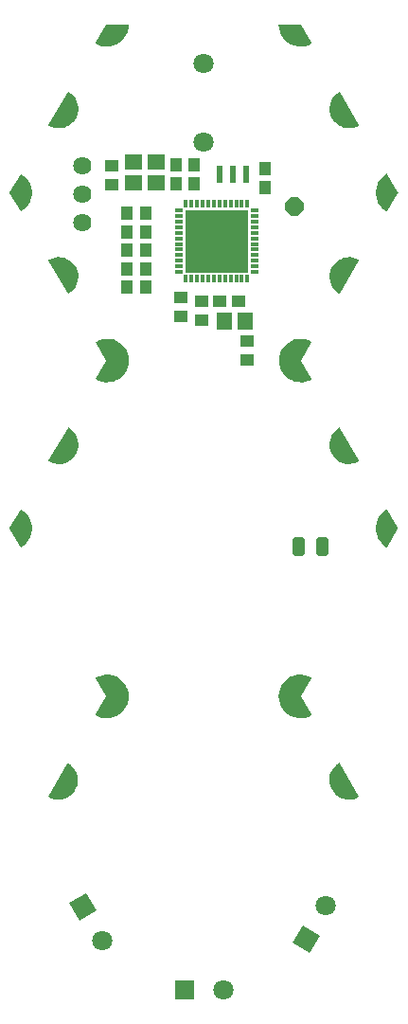
<source format=gbr>
G04 EAGLE Gerber RS-274X export*
G75*
%MOMM*%
%FSLAX34Y34*%
%LPD*%
%INSoldermask Bottom*%
%IPPOS*%
%AMOC8*
5,1,8,0,0,1.08239X$1,22.5*%
G01*
%ADD10R,1.101600X1.201600*%
%ADD11R,1.601600X1.401600*%
%ADD12R,1.201600X1.101600*%
%ADD13R,1.401600X1.601600*%
%ADD14C,1.625600*%
%ADD15P,1.759533X8X22.500000*%
%ADD16R,0.401600X0.651600*%
%ADD17R,0.651600X0.401600*%
%ADD18R,5.701600X5.701600*%
%ADD19R,0.501600X1.501597*%
%ADD20C,0.605878*%
%ADD21C,1.801600*%
%ADD22R,1.801600X1.801600*%
%ADD23R,1.801600X1.801600*%
%ADD24C,1.101600*%

G36*
X87369Y130967D02*
X87369Y130967D01*
X87416Y130965D01*
X90454Y131330D01*
X90486Y131341D01*
X90532Y131346D01*
X93472Y132194D01*
X93502Y132210D01*
X93548Y132222D01*
X96314Y133531D01*
X96336Y133548D01*
X96363Y133558D01*
X96415Y133607D01*
X96473Y133650D01*
X96487Y133675D01*
X96508Y133694D01*
X96537Y133760D01*
X96573Y133822D01*
X96576Y133850D01*
X96588Y133876D01*
X96589Y133948D01*
X96598Y134019D01*
X96590Y134046D01*
X96591Y134075D01*
X96555Y134170D01*
X96544Y134210D01*
X96537Y134219D01*
X96533Y134231D01*
X87176Y150482D01*
X96533Y166733D01*
X96542Y166760D01*
X96558Y166784D01*
X96573Y166854D01*
X96596Y166922D01*
X96593Y166950D01*
X96599Y166978D01*
X96586Y167049D01*
X96580Y167120D01*
X96567Y167145D01*
X96561Y167173D01*
X96521Y167233D01*
X96488Y167296D01*
X96466Y167314D01*
X96450Y167338D01*
X96367Y167396D01*
X96335Y167423D01*
X96324Y167426D01*
X96314Y167433D01*
X93548Y168742D01*
X93515Y168750D01*
X93472Y168770D01*
X90532Y169618D01*
X90498Y169621D01*
X90454Y169634D01*
X87416Y169999D01*
X87382Y169996D01*
X87335Y170002D01*
X84278Y169875D01*
X84245Y169867D01*
X84198Y169866D01*
X81201Y169250D01*
X81170Y169237D01*
X81124Y169228D01*
X78264Y168139D01*
X78236Y168121D01*
X78192Y168105D01*
X75544Y166571D01*
X75518Y166549D01*
X75478Y166526D01*
X73110Y164588D01*
X73088Y164561D01*
X73052Y164532D01*
X71025Y162239D01*
X71009Y162210D01*
X70977Y162175D01*
X69345Y159587D01*
X69333Y159555D01*
X69308Y159516D01*
X68112Y156699D01*
X68105Y156666D01*
X68102Y156659D01*
X68098Y156653D01*
X68097Y156647D01*
X68086Y156623D01*
X67358Y153651D01*
X67356Y153617D01*
X67345Y153572D01*
X67102Y150522D01*
X67106Y150493D01*
X67101Y150465D01*
X67103Y150455D01*
X67102Y150442D01*
X67345Y147392D01*
X67354Y147360D01*
X67358Y147313D01*
X68086Y144341D01*
X68101Y144310D01*
X68112Y144265D01*
X69308Y141448D01*
X69327Y141420D01*
X69345Y141377D01*
X70977Y138789D01*
X71001Y138765D01*
X71025Y138725D01*
X73052Y136432D01*
X73079Y136412D01*
X73110Y136376D01*
X75478Y134438D01*
X75508Y134422D01*
X75544Y134393D01*
X78192Y132860D01*
X78224Y132849D01*
X78264Y132825D01*
X81124Y131737D01*
X81157Y131731D01*
X81201Y131714D01*
X84198Y131098D01*
X84232Y131098D01*
X84278Y131089D01*
X87335Y130962D01*
X87369Y130967D01*
G37*
G36*
X87115Y-169261D02*
X87115Y-169261D01*
X87162Y-169263D01*
X90200Y-168898D01*
X90232Y-168887D01*
X90278Y-168882D01*
X93218Y-168034D01*
X93248Y-168018D01*
X93294Y-168006D01*
X96060Y-166697D01*
X96082Y-166680D01*
X96109Y-166670D01*
X96161Y-166621D01*
X96219Y-166578D01*
X96233Y-166553D01*
X96254Y-166534D01*
X96283Y-166468D01*
X96319Y-166406D01*
X96322Y-166378D01*
X96334Y-166352D01*
X96335Y-166280D01*
X96344Y-166209D01*
X96336Y-166182D01*
X96337Y-166153D01*
X96301Y-166058D01*
X96290Y-166018D01*
X96283Y-166009D01*
X96279Y-165997D01*
X86922Y-149746D01*
X96279Y-133495D01*
X96288Y-133468D01*
X96304Y-133444D01*
X96319Y-133374D01*
X96342Y-133306D01*
X96339Y-133278D01*
X96345Y-133250D01*
X96332Y-133180D01*
X96326Y-133108D01*
X96313Y-133083D01*
X96307Y-133055D01*
X96267Y-132995D01*
X96234Y-132932D01*
X96212Y-132914D01*
X96196Y-132890D01*
X96113Y-132832D01*
X96081Y-132805D01*
X96070Y-132802D01*
X96060Y-132795D01*
X93294Y-131486D01*
X93261Y-131478D01*
X93218Y-131458D01*
X90278Y-130610D01*
X90244Y-130607D01*
X90200Y-130594D01*
X87162Y-130229D01*
X87128Y-130232D01*
X87081Y-130226D01*
X84024Y-130353D01*
X83991Y-130361D01*
X83944Y-130362D01*
X80947Y-130978D01*
X80916Y-130991D01*
X80870Y-131001D01*
X78010Y-132089D01*
X77982Y-132107D01*
X77938Y-132124D01*
X75290Y-133657D01*
X75264Y-133679D01*
X75224Y-133702D01*
X72856Y-135640D01*
X72834Y-135667D01*
X72798Y-135696D01*
X70771Y-137989D01*
X70755Y-138018D01*
X70723Y-138053D01*
X69091Y-140641D01*
X69079Y-140673D01*
X69054Y-140712D01*
X67858Y-143529D01*
X67851Y-143562D01*
X67848Y-143569D01*
X67844Y-143575D01*
X67843Y-143581D01*
X67832Y-143605D01*
X67104Y-146577D01*
X67102Y-146611D01*
X67091Y-146656D01*
X66848Y-149706D01*
X66852Y-149735D01*
X66847Y-149763D01*
X66849Y-149773D01*
X66848Y-149786D01*
X67091Y-152836D01*
X67100Y-152868D01*
X67104Y-152915D01*
X67832Y-155887D01*
X67847Y-155918D01*
X67858Y-155963D01*
X69054Y-158780D01*
X69073Y-158808D01*
X69091Y-158851D01*
X70723Y-161439D01*
X70747Y-161463D01*
X70771Y-161503D01*
X72798Y-163796D01*
X72825Y-163816D01*
X72856Y-163852D01*
X75224Y-165790D01*
X75254Y-165806D01*
X75290Y-165835D01*
X77938Y-167369D01*
X77970Y-167379D01*
X78010Y-167403D01*
X80870Y-168492D01*
X80903Y-168497D01*
X80947Y-168514D01*
X83944Y-169130D01*
X83978Y-169130D01*
X84024Y-169139D01*
X87081Y-169266D01*
X87115Y-169261D01*
G37*
G36*
X-84278Y131089D02*
X-84278Y131089D01*
X-84245Y131097D01*
X-84198Y131098D01*
X-81201Y131714D01*
X-81170Y131727D01*
X-81124Y131737D01*
X-78264Y132825D01*
X-78236Y132843D01*
X-78192Y132860D01*
X-75544Y134393D01*
X-75518Y134415D01*
X-75478Y134438D01*
X-73110Y136376D01*
X-73088Y136403D01*
X-73052Y136432D01*
X-71025Y138725D01*
X-71009Y138754D01*
X-70977Y138789D01*
X-69345Y141377D01*
X-69333Y141409D01*
X-69308Y141448D01*
X-68112Y144265D01*
X-68105Y144298D01*
X-68086Y144341D01*
X-67358Y147313D01*
X-67356Y147347D01*
X-67345Y147392D01*
X-67102Y150442D01*
X-67106Y150471D01*
X-67101Y150499D01*
X-67103Y150509D01*
X-67102Y150522D01*
X-67345Y153572D01*
X-67354Y153604D01*
X-67358Y153651D01*
X-68086Y156623D01*
X-68101Y156654D01*
X-68112Y156699D01*
X-69308Y159516D01*
X-69327Y159544D01*
X-69345Y159587D01*
X-70977Y162175D01*
X-71001Y162199D01*
X-71025Y162239D01*
X-73052Y164532D01*
X-73079Y164552D01*
X-73110Y164588D01*
X-75478Y166526D01*
X-75508Y166542D01*
X-75544Y166571D01*
X-78192Y168105D01*
X-78224Y168115D01*
X-78264Y168139D01*
X-81124Y169228D01*
X-81157Y169233D01*
X-81201Y169250D01*
X-84198Y169866D01*
X-84232Y169866D01*
X-84278Y169875D01*
X-87335Y170002D01*
X-87369Y169997D01*
X-87416Y169999D01*
X-90454Y169634D01*
X-90486Y169623D01*
X-90532Y169618D01*
X-93472Y168770D01*
X-93502Y168754D01*
X-93548Y168742D01*
X-96314Y167433D01*
X-96336Y167416D01*
X-96363Y167406D01*
X-96415Y167357D01*
X-96473Y167314D01*
X-96487Y167289D01*
X-96508Y167270D01*
X-96537Y167204D01*
X-96573Y167142D01*
X-96576Y167114D01*
X-96588Y167088D01*
X-96589Y167016D01*
X-96598Y166945D01*
X-96590Y166918D01*
X-96591Y166889D01*
X-96555Y166794D01*
X-96544Y166754D01*
X-96537Y166745D01*
X-96533Y166733D01*
X-87176Y150482D01*
X-96533Y134231D01*
X-96542Y134204D01*
X-96558Y134180D01*
X-96573Y134110D01*
X-96596Y134042D01*
X-96593Y134014D01*
X-96599Y133986D01*
X-96586Y133916D01*
X-96580Y133844D01*
X-96567Y133819D01*
X-96561Y133791D01*
X-96521Y133731D01*
X-96488Y133668D01*
X-96466Y133650D01*
X-96450Y133626D01*
X-96367Y133568D01*
X-96335Y133541D01*
X-96324Y133538D01*
X-96314Y133531D01*
X-93548Y132222D01*
X-93515Y132214D01*
X-93472Y132194D01*
X-90532Y131346D01*
X-90498Y131343D01*
X-90454Y131330D01*
X-87416Y130965D01*
X-87382Y130968D01*
X-87335Y130962D01*
X-84278Y131089D01*
G37*
G36*
X-84532Y-169139D02*
X-84532Y-169139D01*
X-84499Y-169131D01*
X-84452Y-169130D01*
X-81455Y-168514D01*
X-81424Y-168501D01*
X-81378Y-168492D01*
X-78518Y-167403D01*
X-78490Y-167385D01*
X-78446Y-167369D01*
X-75798Y-165835D01*
X-75772Y-165813D01*
X-75732Y-165790D01*
X-73364Y-163852D01*
X-73342Y-163825D01*
X-73306Y-163796D01*
X-71279Y-161503D01*
X-71263Y-161474D01*
X-71231Y-161439D01*
X-69599Y-158851D01*
X-69587Y-158819D01*
X-69562Y-158780D01*
X-68366Y-155963D01*
X-68359Y-155930D01*
X-68340Y-155887D01*
X-67612Y-152915D01*
X-67610Y-152881D01*
X-67599Y-152836D01*
X-67356Y-149786D01*
X-67360Y-149757D01*
X-67355Y-149729D01*
X-67357Y-149719D01*
X-67356Y-149706D01*
X-67599Y-146656D01*
X-67608Y-146624D01*
X-67612Y-146577D01*
X-68340Y-143605D01*
X-68355Y-143574D01*
X-68366Y-143529D01*
X-69562Y-140712D01*
X-69581Y-140684D01*
X-69599Y-140641D01*
X-71231Y-138053D01*
X-71255Y-138029D01*
X-71279Y-137989D01*
X-73306Y-135696D01*
X-73333Y-135676D01*
X-73364Y-135640D01*
X-75732Y-133702D01*
X-75762Y-133686D01*
X-75798Y-133657D01*
X-78446Y-132124D01*
X-78478Y-132113D01*
X-78518Y-132089D01*
X-81378Y-131001D01*
X-81411Y-130995D01*
X-81455Y-130978D01*
X-84452Y-130362D01*
X-84486Y-130362D01*
X-84532Y-130353D01*
X-87589Y-130226D01*
X-87623Y-130231D01*
X-87670Y-130229D01*
X-90708Y-130594D01*
X-90740Y-130605D01*
X-90786Y-130610D01*
X-93726Y-131458D01*
X-93756Y-131474D01*
X-93802Y-131486D01*
X-96568Y-132795D01*
X-96590Y-132812D01*
X-96617Y-132822D01*
X-96669Y-132871D01*
X-96727Y-132914D01*
X-96741Y-132939D01*
X-96762Y-132958D01*
X-96791Y-133024D01*
X-96827Y-133086D01*
X-96830Y-133114D01*
X-96842Y-133140D01*
X-96843Y-133212D01*
X-96852Y-133283D01*
X-96844Y-133310D01*
X-96845Y-133339D01*
X-96809Y-133434D01*
X-96798Y-133474D01*
X-96791Y-133483D01*
X-96787Y-133495D01*
X-87430Y-149746D01*
X-96787Y-165997D01*
X-96796Y-166024D01*
X-96812Y-166048D01*
X-96827Y-166118D01*
X-96850Y-166186D01*
X-96847Y-166214D01*
X-96853Y-166242D01*
X-96840Y-166313D01*
X-96834Y-166384D01*
X-96821Y-166409D01*
X-96815Y-166437D01*
X-96775Y-166497D01*
X-96742Y-166560D01*
X-96720Y-166578D01*
X-96704Y-166602D01*
X-96621Y-166660D01*
X-96589Y-166687D01*
X-96578Y-166690D01*
X-96568Y-166697D01*
X-93802Y-168006D01*
X-93769Y-168014D01*
X-93726Y-168034D01*
X-90786Y-168882D01*
X-90752Y-168885D01*
X-90708Y-168898D01*
X-87670Y-169263D01*
X-87636Y-169260D01*
X-87589Y-169266D01*
X-84532Y-169139D01*
G37*
G36*
X-121393Y210292D02*
X-121393Y210292D01*
X-121322Y210289D01*
X-121295Y210299D01*
X-121266Y210301D01*
X-121176Y210343D01*
X-121136Y210358D01*
X-121128Y210366D01*
X-121115Y210372D01*
X-118812Y211971D01*
X-118788Y211997D01*
X-118748Y212024D01*
X-116739Y213981D01*
X-116720Y214010D01*
X-116685Y214043D01*
X-115026Y216304D01*
X-115011Y216335D01*
X-114982Y216374D01*
X-113718Y218877D01*
X-113709Y218911D01*
X-113687Y218954D01*
X-112851Y221631D01*
X-112848Y221665D01*
X-112833Y221711D01*
X-112450Y224490D01*
X-112452Y224524D01*
X-112446Y224572D01*
X-112525Y227375D01*
X-112533Y227409D01*
X-112534Y227457D01*
X-113073Y230209D01*
X-113087Y230241D01*
X-113096Y230289D01*
X-114081Y232914D01*
X-114096Y232939D01*
X-114101Y232959D01*
X-114109Y232970D01*
X-114116Y232989D01*
X-115520Y235417D01*
X-115543Y235443D01*
X-115567Y235485D01*
X-117351Y237648D01*
X-117378Y237670D01*
X-117409Y237707D01*
X-119525Y239548D01*
X-119555Y239565D01*
X-119591Y239597D01*
X-121982Y241064D01*
X-122014Y241075D01*
X-122055Y241101D01*
X-124654Y242154D01*
X-124688Y242161D01*
X-124733Y242179D01*
X-127470Y242790D01*
X-127505Y242791D01*
X-127552Y242802D01*
X-130352Y242954D01*
X-130386Y242949D01*
X-130434Y242952D01*
X-133222Y242642D01*
X-133255Y242631D01*
X-133303Y242626D01*
X-136001Y241861D01*
X-136031Y241845D01*
X-136078Y241832D01*
X-138613Y240633D01*
X-138637Y240616D01*
X-138664Y240606D01*
X-138716Y240557D01*
X-138773Y240514D01*
X-138787Y240489D01*
X-138809Y240469D01*
X-138837Y240404D01*
X-138873Y240343D01*
X-138876Y240314D01*
X-138888Y240287D01*
X-138889Y240216D01*
X-138898Y240145D01*
X-138890Y240117D01*
X-138890Y240088D01*
X-138856Y239995D01*
X-138844Y239954D01*
X-138837Y239945D01*
X-138832Y239932D01*
X-121832Y210532D01*
X-121813Y210510D01*
X-121800Y210484D01*
X-121747Y210436D01*
X-121700Y210383D01*
X-121674Y210371D01*
X-121652Y210351D01*
X-121585Y210328D01*
X-121521Y210298D01*
X-121492Y210296D01*
X-121464Y210287D01*
X-121393Y210292D01*
G37*
G36*
X130386Y358015D02*
X130386Y358015D01*
X130434Y358012D01*
X133222Y358322D01*
X133255Y358333D01*
X133303Y358338D01*
X136001Y359103D01*
X136031Y359119D01*
X136078Y359132D01*
X138613Y360331D01*
X138637Y360348D01*
X138664Y360358D01*
X138716Y360407D01*
X138773Y360450D01*
X138787Y360475D01*
X138809Y360495D01*
X138837Y360560D01*
X138873Y360622D01*
X138876Y360650D01*
X138888Y360677D01*
X138889Y360748D01*
X138898Y360819D01*
X138890Y360847D01*
X138890Y360876D01*
X138856Y360969D01*
X138844Y361010D01*
X138837Y361019D01*
X138832Y361032D01*
X121832Y390432D01*
X121813Y390454D01*
X121800Y390480D01*
X121747Y390528D01*
X121700Y390581D01*
X121674Y390593D01*
X121652Y390613D01*
X121585Y390636D01*
X121521Y390666D01*
X121492Y390668D01*
X121464Y390677D01*
X121393Y390672D01*
X121322Y390675D01*
X121295Y390665D01*
X121266Y390663D01*
X121176Y390621D01*
X121136Y390606D01*
X121128Y390598D01*
X121115Y390592D01*
X118812Y388993D01*
X118788Y388968D01*
X118748Y388940D01*
X116739Y386983D01*
X116720Y386954D01*
X116685Y386921D01*
X115026Y384660D01*
X115011Y384629D01*
X114982Y384590D01*
X113718Y382087D01*
X113709Y382053D01*
X113687Y382010D01*
X112851Y379333D01*
X112848Y379299D01*
X112833Y379253D01*
X112450Y376474D01*
X112452Y376440D01*
X112446Y376392D01*
X112525Y373589D01*
X112533Y373555D01*
X112534Y373507D01*
X113073Y370755D01*
X113087Y370723D01*
X113096Y370675D01*
X114081Y368050D01*
X114099Y368020D01*
X114116Y367975D01*
X115520Y365547D01*
X115543Y365521D01*
X115567Y365480D01*
X117351Y363316D01*
X117378Y363294D01*
X117409Y363257D01*
X119525Y361416D01*
X119555Y361399D01*
X119591Y361368D01*
X121982Y359900D01*
X122014Y359889D01*
X122055Y359863D01*
X124654Y358810D01*
X124688Y358803D01*
X124733Y358785D01*
X127470Y358174D01*
X127505Y358173D01*
X127552Y358162D01*
X130352Y358010D01*
X130386Y358015D01*
G37*
G36*
X130386Y58015D02*
X130386Y58015D01*
X130434Y58012D01*
X133222Y58322D01*
X133255Y58333D01*
X133303Y58338D01*
X136001Y59103D01*
X136031Y59119D01*
X136078Y59132D01*
X138613Y60331D01*
X138637Y60348D01*
X138664Y60358D01*
X138716Y60407D01*
X138773Y60450D01*
X138787Y60475D01*
X138809Y60495D01*
X138837Y60560D01*
X138873Y60622D01*
X138876Y60650D01*
X138888Y60677D01*
X138889Y60748D01*
X138898Y60819D01*
X138890Y60847D01*
X138890Y60876D01*
X138856Y60969D01*
X138844Y61010D01*
X138837Y61019D01*
X138832Y61032D01*
X121832Y90432D01*
X121813Y90454D01*
X121800Y90480D01*
X121747Y90528D01*
X121700Y90581D01*
X121674Y90593D01*
X121652Y90613D01*
X121585Y90636D01*
X121521Y90666D01*
X121492Y90668D01*
X121464Y90677D01*
X121393Y90672D01*
X121322Y90675D01*
X121295Y90665D01*
X121266Y90663D01*
X121176Y90621D01*
X121136Y90606D01*
X121128Y90598D01*
X121115Y90592D01*
X118812Y88993D01*
X118788Y88968D01*
X118748Y88940D01*
X116739Y86983D01*
X116720Y86954D01*
X116685Y86921D01*
X115026Y84660D01*
X115011Y84629D01*
X114982Y84590D01*
X113718Y82087D01*
X113709Y82053D01*
X113687Y82010D01*
X112851Y79333D01*
X112848Y79299D01*
X112833Y79253D01*
X112450Y76474D01*
X112452Y76440D01*
X112446Y76392D01*
X112525Y73589D01*
X112533Y73555D01*
X112534Y73507D01*
X113073Y70755D01*
X113087Y70723D01*
X113096Y70675D01*
X114081Y68050D01*
X114099Y68020D01*
X114116Y67975D01*
X115520Y65547D01*
X115543Y65521D01*
X115567Y65480D01*
X117351Y63316D01*
X117378Y63294D01*
X117409Y63257D01*
X119525Y61416D01*
X119555Y61399D01*
X119591Y61368D01*
X121982Y59900D01*
X122014Y59889D01*
X122055Y59863D01*
X124654Y58810D01*
X124688Y58803D01*
X124733Y58785D01*
X127470Y58174D01*
X127505Y58173D01*
X127552Y58162D01*
X130352Y58010D01*
X130386Y58015D01*
G37*
G36*
X130132Y-241933D02*
X130132Y-241933D01*
X130180Y-241936D01*
X132968Y-241626D01*
X133001Y-241615D01*
X133049Y-241610D01*
X135747Y-240845D01*
X135777Y-240829D01*
X135824Y-240816D01*
X138359Y-239617D01*
X138383Y-239600D01*
X138410Y-239590D01*
X138462Y-239541D01*
X138519Y-239498D01*
X138533Y-239473D01*
X138555Y-239453D01*
X138583Y-239388D01*
X138619Y-239327D01*
X138622Y-239298D01*
X138634Y-239271D01*
X138635Y-239200D01*
X138644Y-239129D01*
X138636Y-239101D01*
X138636Y-239072D01*
X138602Y-238979D01*
X138590Y-238938D01*
X138583Y-238929D01*
X138578Y-238916D01*
X121578Y-209516D01*
X121559Y-209494D01*
X121546Y-209468D01*
X121493Y-209420D01*
X121446Y-209367D01*
X121420Y-209355D01*
X121398Y-209335D01*
X121331Y-209312D01*
X121267Y-209282D01*
X121238Y-209280D01*
X121210Y-209271D01*
X121139Y-209276D01*
X121068Y-209273D01*
X121041Y-209283D01*
X121012Y-209285D01*
X120922Y-209327D01*
X120882Y-209342D01*
X120874Y-209350D01*
X120861Y-209356D01*
X118558Y-210955D01*
X118534Y-210981D01*
X118494Y-211008D01*
X116485Y-212965D01*
X116466Y-212994D01*
X116431Y-213027D01*
X114772Y-215288D01*
X114757Y-215319D01*
X114728Y-215358D01*
X113464Y-217861D01*
X113455Y-217895D01*
X113433Y-217938D01*
X112597Y-220615D01*
X112594Y-220649D01*
X112579Y-220695D01*
X112196Y-223474D01*
X112198Y-223508D01*
X112192Y-223556D01*
X112271Y-226359D01*
X112279Y-226393D01*
X112280Y-226441D01*
X112819Y-229193D01*
X112833Y-229225D01*
X112842Y-229273D01*
X113827Y-231898D01*
X113845Y-231928D01*
X113862Y-231973D01*
X115266Y-234401D01*
X115289Y-234427D01*
X115313Y-234469D01*
X117097Y-236632D01*
X117124Y-236654D01*
X117155Y-236691D01*
X119271Y-238532D01*
X119301Y-238549D01*
X119337Y-238581D01*
X121728Y-240048D01*
X121760Y-240059D01*
X121801Y-240085D01*
X124400Y-241138D01*
X124434Y-241145D01*
X124479Y-241163D01*
X127216Y-241774D01*
X127251Y-241775D01*
X127298Y-241786D01*
X130098Y-241938D01*
X130132Y-241933D01*
G37*
G36*
X121426Y210293D02*
X121426Y210293D01*
X121497Y210292D01*
X121524Y210303D01*
X121553Y210307D01*
X121615Y210341D01*
X121680Y210369D01*
X121701Y210390D01*
X121726Y210404D01*
X121789Y210480D01*
X121819Y210511D01*
X121823Y210521D01*
X121832Y210532D01*
X138832Y239932D01*
X138841Y239960D01*
X138858Y239984D01*
X138873Y240053D01*
X138895Y240121D01*
X138893Y240150D01*
X138899Y240178D01*
X138886Y240248D01*
X138880Y240319D01*
X138867Y240345D01*
X138861Y240373D01*
X138821Y240432D01*
X138789Y240495D01*
X138766Y240514D01*
X138750Y240538D01*
X138668Y240595D01*
X138635Y240622D01*
X138625Y240625D01*
X138613Y240633D01*
X136078Y241832D01*
X136044Y241840D01*
X136001Y241861D01*
X133303Y242626D01*
X133268Y242628D01*
X133222Y242642D01*
X130434Y242952D01*
X130400Y242949D01*
X130352Y242954D01*
X127552Y242802D01*
X127518Y242793D01*
X127470Y242790D01*
X124733Y242179D01*
X124701Y242165D01*
X124654Y242154D01*
X122055Y241101D01*
X122026Y241082D01*
X121982Y241064D01*
X119591Y239597D01*
X119566Y239573D01*
X119525Y239548D01*
X117409Y237707D01*
X117388Y237680D01*
X117351Y237648D01*
X115567Y235485D01*
X115551Y235454D01*
X115520Y235417D01*
X114116Y232989D01*
X114105Y232956D01*
X114098Y232943D01*
X114088Y232929D01*
X114088Y232926D01*
X114081Y232914D01*
X113096Y230289D01*
X113090Y230254D01*
X113073Y230209D01*
X112534Y227457D01*
X112534Y227423D01*
X112525Y227375D01*
X112446Y224572D01*
X112452Y224538D01*
X112450Y224490D01*
X112833Y221711D01*
X112845Y221679D01*
X112851Y221631D01*
X113687Y218954D01*
X113704Y218923D01*
X113718Y218877D01*
X114982Y216374D01*
X115004Y216347D01*
X115026Y216304D01*
X116685Y214043D01*
X116711Y214020D01*
X116739Y213981D01*
X118748Y212024D01*
X118777Y212005D01*
X118812Y211971D01*
X121115Y210372D01*
X121142Y210360D01*
X121165Y210342D01*
X121233Y210321D01*
X121298Y210293D01*
X121327Y210293D01*
X121355Y210285D01*
X121426Y210293D01*
G37*
G36*
X-127552Y358162D02*
X-127552Y358162D01*
X-127518Y358171D01*
X-127470Y358174D01*
X-124733Y358785D01*
X-124701Y358799D01*
X-124654Y358810D01*
X-122055Y359863D01*
X-122026Y359882D01*
X-121982Y359900D01*
X-119591Y361368D01*
X-119566Y361391D01*
X-119525Y361416D01*
X-117409Y363257D01*
X-117388Y363284D01*
X-117351Y363316D01*
X-115567Y365480D01*
X-115551Y365510D01*
X-115520Y365547D01*
X-114116Y367975D01*
X-114105Y368008D01*
X-114081Y368050D01*
X-113096Y370675D01*
X-113090Y370710D01*
X-113073Y370755D01*
X-112534Y373507D01*
X-112534Y373542D01*
X-112525Y373589D01*
X-112446Y376392D01*
X-112452Y376426D01*
X-112450Y376474D01*
X-112833Y379253D01*
X-112845Y379285D01*
X-112851Y379333D01*
X-113687Y382010D01*
X-113704Y382041D01*
X-113718Y382087D01*
X-114982Y384590D01*
X-115004Y384617D01*
X-115026Y384660D01*
X-116685Y386921D01*
X-116711Y386944D01*
X-116739Y386983D01*
X-118748Y388940D01*
X-118777Y388959D01*
X-118812Y388993D01*
X-121115Y390592D01*
X-121142Y390604D01*
X-121165Y390622D01*
X-121233Y390643D01*
X-121298Y390671D01*
X-121327Y390671D01*
X-121355Y390679D01*
X-121426Y390671D01*
X-121497Y390672D01*
X-121524Y390661D01*
X-121553Y390657D01*
X-121615Y390623D01*
X-121680Y390595D01*
X-121701Y390574D01*
X-121726Y390560D01*
X-121789Y390484D01*
X-121819Y390453D01*
X-121823Y390443D01*
X-121832Y390432D01*
X-138832Y361032D01*
X-138841Y361004D01*
X-138858Y360980D01*
X-138873Y360911D01*
X-138895Y360843D01*
X-138893Y360814D01*
X-138899Y360786D01*
X-138886Y360716D01*
X-138880Y360645D01*
X-138867Y360619D01*
X-138861Y360591D01*
X-138821Y360532D01*
X-138789Y360469D01*
X-138766Y360450D01*
X-138750Y360426D01*
X-138668Y360369D01*
X-138635Y360342D01*
X-138625Y360339D01*
X-138613Y360331D01*
X-136078Y359132D01*
X-136044Y359124D01*
X-136001Y359103D01*
X-133303Y358338D01*
X-133268Y358336D01*
X-133222Y358322D01*
X-130434Y358012D01*
X-130400Y358015D01*
X-130352Y358010D01*
X-127552Y358162D01*
G37*
G36*
X-127552Y58162D02*
X-127552Y58162D01*
X-127518Y58171D01*
X-127470Y58174D01*
X-124733Y58785D01*
X-124701Y58799D01*
X-124654Y58810D01*
X-122055Y59863D01*
X-122026Y59882D01*
X-121982Y59900D01*
X-119591Y61368D01*
X-119566Y61391D01*
X-119525Y61416D01*
X-117409Y63257D01*
X-117388Y63284D01*
X-117351Y63316D01*
X-115567Y65480D01*
X-115551Y65510D01*
X-115520Y65547D01*
X-114116Y67975D01*
X-114105Y68008D01*
X-114081Y68050D01*
X-113096Y70675D01*
X-113090Y70710D01*
X-113073Y70755D01*
X-112534Y73507D01*
X-112534Y73542D01*
X-112525Y73589D01*
X-112446Y76392D01*
X-112452Y76426D01*
X-112450Y76474D01*
X-112833Y79253D01*
X-112845Y79285D01*
X-112851Y79333D01*
X-113687Y82010D01*
X-113704Y82041D01*
X-113718Y82087D01*
X-114982Y84590D01*
X-115004Y84617D01*
X-115026Y84660D01*
X-116685Y86921D01*
X-116711Y86944D01*
X-116739Y86983D01*
X-118748Y88940D01*
X-118777Y88959D01*
X-118812Y88993D01*
X-121115Y90592D01*
X-121142Y90604D01*
X-121165Y90622D01*
X-121233Y90643D01*
X-121298Y90671D01*
X-121327Y90671D01*
X-121355Y90679D01*
X-121426Y90671D01*
X-121497Y90672D01*
X-121524Y90661D01*
X-121553Y90657D01*
X-121615Y90623D01*
X-121680Y90595D01*
X-121701Y90574D01*
X-121726Y90560D01*
X-121789Y90484D01*
X-121819Y90453D01*
X-121823Y90443D01*
X-121832Y90432D01*
X-138832Y61032D01*
X-138841Y61004D01*
X-138858Y60980D01*
X-138873Y60911D01*
X-138895Y60843D01*
X-138893Y60814D01*
X-138899Y60786D01*
X-138886Y60716D01*
X-138880Y60645D01*
X-138867Y60619D01*
X-138861Y60591D01*
X-138821Y60532D01*
X-138789Y60469D01*
X-138766Y60450D01*
X-138750Y60426D01*
X-138668Y60369D01*
X-138635Y60342D01*
X-138625Y60339D01*
X-138613Y60331D01*
X-136078Y59132D01*
X-136044Y59124D01*
X-136001Y59103D01*
X-133303Y58338D01*
X-133268Y58336D01*
X-133222Y58322D01*
X-130434Y58012D01*
X-130400Y58015D01*
X-130352Y58010D01*
X-127552Y58162D01*
G37*
G36*
X-127806Y-241786D02*
X-127806Y-241786D01*
X-127772Y-241777D01*
X-127724Y-241774D01*
X-124987Y-241163D01*
X-124955Y-241149D01*
X-124908Y-241138D01*
X-122309Y-240085D01*
X-122280Y-240066D01*
X-122236Y-240048D01*
X-119845Y-238581D01*
X-119820Y-238557D01*
X-119779Y-238532D01*
X-117663Y-236691D01*
X-117642Y-236664D01*
X-117605Y-236632D01*
X-115821Y-234469D01*
X-115805Y-234438D01*
X-115774Y-234401D01*
X-114370Y-231973D01*
X-114359Y-231940D01*
X-114335Y-231898D01*
X-113350Y-229273D01*
X-113344Y-229238D01*
X-113327Y-229193D01*
X-112788Y-226441D01*
X-112788Y-226407D01*
X-112779Y-226359D01*
X-112700Y-223556D01*
X-112706Y-223522D01*
X-112704Y-223474D01*
X-113087Y-220695D01*
X-113099Y-220663D01*
X-113105Y-220615D01*
X-113941Y-217938D01*
X-113958Y-217907D01*
X-113972Y-217861D01*
X-115236Y-215358D01*
X-115258Y-215331D01*
X-115280Y-215288D01*
X-116939Y-213027D01*
X-116965Y-213004D01*
X-116993Y-212965D01*
X-119002Y-211008D01*
X-119031Y-210989D01*
X-119066Y-210955D01*
X-121369Y-209356D01*
X-121396Y-209344D01*
X-121419Y-209326D01*
X-121487Y-209305D01*
X-121552Y-209277D01*
X-121581Y-209277D01*
X-121609Y-209269D01*
X-121680Y-209277D01*
X-121751Y-209276D01*
X-121778Y-209287D01*
X-121807Y-209291D01*
X-121869Y-209325D01*
X-121934Y-209353D01*
X-121955Y-209374D01*
X-121980Y-209388D01*
X-122043Y-209464D01*
X-122073Y-209495D01*
X-122077Y-209505D01*
X-122086Y-209516D01*
X-139086Y-238916D01*
X-139095Y-238944D01*
X-139112Y-238968D01*
X-139127Y-239037D01*
X-139149Y-239105D01*
X-139147Y-239134D01*
X-139153Y-239162D01*
X-139140Y-239232D01*
X-139134Y-239303D01*
X-139121Y-239329D01*
X-139115Y-239357D01*
X-139075Y-239416D01*
X-139043Y-239479D01*
X-139020Y-239498D01*
X-139004Y-239522D01*
X-138922Y-239579D01*
X-138889Y-239606D01*
X-138879Y-239609D01*
X-138867Y-239617D01*
X-136332Y-240816D01*
X-136298Y-240824D01*
X-136255Y-240845D01*
X-133557Y-241610D01*
X-133522Y-241612D01*
X-133476Y-241626D01*
X-130688Y-241936D01*
X-130654Y-241933D01*
X-130606Y-241938D01*
X-127806Y-241786D01*
G37*
G36*
X163727Y283493D02*
X163727Y283493D01*
X163798Y283493D01*
X163825Y283504D01*
X163854Y283507D01*
X163916Y283542D01*
X163981Y283570D01*
X164002Y283590D01*
X164027Y283605D01*
X164090Y283682D01*
X164120Y283712D01*
X164124Y283722D01*
X164133Y283733D01*
X173633Y300233D01*
X173643Y300265D01*
X173652Y300278D01*
X173656Y300302D01*
X173657Y300306D01*
X173688Y300376D01*
X173688Y300400D01*
X173696Y300422D01*
X173690Y300498D01*
X173691Y300575D01*
X173681Y300599D01*
X173680Y300620D01*
X173659Y300659D01*
X173633Y300731D01*
X164133Y317231D01*
X164114Y317253D01*
X164101Y317279D01*
X164048Y317327D01*
X164001Y317380D01*
X163975Y317393D01*
X163954Y317412D01*
X163886Y317435D01*
X163822Y317466D01*
X163793Y317468D01*
X163766Y317477D01*
X163694Y317472D01*
X163623Y317475D01*
X163596Y317465D01*
X163567Y317463D01*
X163477Y317421D01*
X163437Y317406D01*
X163429Y317399D01*
X163416Y317393D01*
X160893Y315651D01*
X160869Y315627D01*
X160831Y315600D01*
X158619Y313476D01*
X158600Y313448D01*
X158566Y313416D01*
X156724Y310965D01*
X156710Y310934D01*
X156681Y310897D01*
X155256Y308182D01*
X155247Y308151D01*
X155231Y308126D01*
X155230Y308118D01*
X155225Y308108D01*
X154254Y305200D01*
X154250Y305166D01*
X154235Y305122D01*
X153743Y302095D01*
X153744Y302061D01*
X153736Y302015D01*
X153736Y298949D01*
X153737Y298945D01*
X153737Y298943D01*
X153743Y298916D01*
X153743Y298869D01*
X154235Y295842D01*
X154247Y295811D01*
X154254Y295764D01*
X155225Y292856D01*
X155242Y292827D01*
X155256Y292782D01*
X156681Y290067D01*
X156703Y290041D01*
X156724Y289999D01*
X158566Y287548D01*
X158591Y287525D01*
X158619Y287488D01*
X160831Y285364D01*
X160859Y285346D01*
X160893Y285313D01*
X163416Y283571D01*
X163443Y283560D01*
X163465Y283541D01*
X163534Y283521D01*
X163599Y283493D01*
X163628Y283493D01*
X163656Y283485D01*
X163727Y283493D01*
G37*
G36*
X163727Y-16507D02*
X163727Y-16507D01*
X163798Y-16508D01*
X163825Y-16496D01*
X163854Y-16493D01*
X163916Y-16458D01*
X163981Y-16430D01*
X164002Y-16410D01*
X164027Y-16395D01*
X164090Y-16318D01*
X164120Y-16288D01*
X164124Y-16278D01*
X164133Y-16267D01*
X173633Y233D01*
X173643Y265D01*
X173652Y278D01*
X173656Y302D01*
X173657Y306D01*
X173688Y376D01*
X173688Y400D01*
X173696Y422D01*
X173690Y498D01*
X173691Y575D01*
X173681Y599D01*
X173680Y620D01*
X173659Y659D01*
X173633Y731D01*
X164133Y17231D01*
X164114Y17253D01*
X164101Y17279D01*
X164048Y17327D01*
X164001Y17380D01*
X163975Y17393D01*
X163954Y17412D01*
X163886Y17435D01*
X163822Y17466D01*
X163793Y17468D01*
X163766Y17477D01*
X163694Y17472D01*
X163623Y17475D01*
X163596Y17465D01*
X163567Y17463D01*
X163477Y17421D01*
X163437Y17406D01*
X163429Y17399D01*
X163416Y17393D01*
X160893Y15651D01*
X160869Y15627D01*
X160831Y15600D01*
X158619Y13476D01*
X158600Y13448D01*
X158566Y13416D01*
X156724Y10965D01*
X156710Y10934D01*
X156681Y10897D01*
X155256Y8182D01*
X155247Y8151D01*
X155231Y8126D01*
X155230Y8118D01*
X155225Y8108D01*
X154254Y5200D01*
X154250Y5166D01*
X154235Y5122D01*
X153743Y2095D01*
X153744Y2061D01*
X153736Y2015D01*
X153736Y-1051D01*
X153737Y-1055D01*
X153737Y-1057D01*
X153743Y-1084D01*
X153743Y-1131D01*
X154235Y-4158D01*
X154247Y-4189D01*
X154254Y-4236D01*
X155225Y-7144D01*
X155242Y-7174D01*
X155256Y-7218D01*
X156681Y-9933D01*
X156703Y-9959D01*
X156724Y-10001D01*
X158566Y-12452D01*
X158591Y-12475D01*
X158619Y-12512D01*
X160831Y-14636D01*
X160859Y-14654D01*
X160893Y-14687D01*
X163416Y-16429D01*
X163443Y-16440D01*
X163465Y-16459D01*
X163534Y-16479D01*
X163599Y-16507D01*
X163628Y-16507D01*
X163656Y-16515D01*
X163727Y-16507D01*
G37*
G36*
X-163694Y283492D02*
X-163694Y283492D01*
X-163623Y283489D01*
X-163596Y283499D01*
X-163567Y283501D01*
X-163477Y283543D01*
X-163437Y283558D01*
X-163429Y283565D01*
X-163416Y283571D01*
X-160893Y285313D01*
X-160869Y285337D01*
X-160831Y285364D01*
X-158619Y287488D01*
X-158600Y287516D01*
X-158566Y287548D01*
X-156724Y289999D01*
X-156710Y290030D01*
X-156681Y290067D01*
X-155256Y292782D01*
X-155247Y292815D01*
X-155225Y292856D01*
X-154254Y295764D01*
X-154250Y295798D01*
X-154235Y295842D01*
X-153743Y298869D01*
X-153744Y298903D01*
X-153736Y298949D01*
X-153736Y302015D01*
X-153743Y302048D01*
X-153743Y302095D01*
X-154235Y305122D01*
X-154247Y305153D01*
X-154254Y305200D01*
X-155225Y308108D01*
X-155238Y308131D01*
X-155244Y308156D01*
X-155251Y308165D01*
X-155256Y308182D01*
X-156681Y310897D01*
X-156703Y310923D01*
X-156724Y310965D01*
X-158566Y313416D01*
X-158591Y313439D01*
X-158619Y313476D01*
X-160831Y315600D01*
X-160859Y315618D01*
X-160893Y315651D01*
X-163416Y317393D01*
X-163443Y317404D01*
X-163465Y317423D01*
X-163534Y317443D01*
X-163599Y317471D01*
X-163628Y317471D01*
X-163656Y317479D01*
X-163727Y317471D01*
X-163798Y317472D01*
X-163825Y317460D01*
X-163854Y317457D01*
X-163916Y317422D01*
X-163981Y317394D01*
X-164002Y317374D01*
X-164027Y317359D01*
X-164090Y317282D01*
X-164120Y317252D01*
X-164124Y317242D01*
X-164133Y317231D01*
X-173633Y300731D01*
X-173657Y300658D01*
X-173688Y300588D01*
X-173688Y300564D01*
X-173696Y300542D01*
X-173690Y300466D01*
X-173691Y300389D01*
X-173681Y300365D01*
X-173680Y300344D01*
X-173659Y300305D01*
X-173640Y300253D01*
X-173639Y300247D01*
X-173637Y300245D01*
X-173633Y300233D01*
X-164133Y283733D01*
X-164114Y283711D01*
X-164101Y283685D01*
X-164048Y283637D01*
X-164001Y283584D01*
X-163975Y283571D01*
X-163954Y283552D01*
X-163886Y283529D01*
X-163822Y283498D01*
X-163793Y283497D01*
X-163766Y283487D01*
X-163694Y283492D01*
G37*
G36*
X-163694Y-16508D02*
X-163694Y-16508D01*
X-163623Y-16511D01*
X-163596Y-16501D01*
X-163567Y-16499D01*
X-163477Y-16457D01*
X-163437Y-16442D01*
X-163429Y-16435D01*
X-163416Y-16429D01*
X-160893Y-14687D01*
X-160869Y-14663D01*
X-160831Y-14636D01*
X-158619Y-12512D01*
X-158600Y-12484D01*
X-158566Y-12452D01*
X-156724Y-10001D01*
X-156710Y-9970D01*
X-156681Y-9933D01*
X-155256Y-7218D01*
X-155247Y-7185D01*
X-155225Y-7144D01*
X-154254Y-4236D01*
X-154250Y-4202D01*
X-154235Y-4158D01*
X-153743Y-1131D01*
X-153744Y-1097D01*
X-153736Y-1051D01*
X-153736Y2015D01*
X-153743Y2048D01*
X-153743Y2095D01*
X-154235Y5122D01*
X-154247Y5153D01*
X-154254Y5200D01*
X-155225Y8108D01*
X-155238Y8131D01*
X-155244Y8156D01*
X-155251Y8165D01*
X-155256Y8182D01*
X-156681Y10897D01*
X-156703Y10923D01*
X-156724Y10965D01*
X-158566Y13416D01*
X-158591Y13439D01*
X-158619Y13476D01*
X-160831Y15600D01*
X-160859Y15618D01*
X-160893Y15651D01*
X-163416Y17393D01*
X-163443Y17404D01*
X-163465Y17423D01*
X-163534Y17443D01*
X-163599Y17471D01*
X-163628Y17471D01*
X-163656Y17479D01*
X-163727Y17471D01*
X-163798Y17472D01*
X-163825Y17460D01*
X-163854Y17457D01*
X-163916Y17422D01*
X-163981Y17394D01*
X-164002Y17374D01*
X-164027Y17359D01*
X-164090Y17282D01*
X-164120Y17252D01*
X-164124Y17242D01*
X-164133Y17231D01*
X-173633Y731D01*
X-173657Y658D01*
X-173688Y588D01*
X-173688Y564D01*
X-173696Y542D01*
X-173690Y466D01*
X-173691Y389D01*
X-173681Y365D01*
X-173680Y344D01*
X-173659Y305D01*
X-173640Y253D01*
X-173639Y247D01*
X-173637Y245D01*
X-173633Y233D01*
X-164133Y-16267D01*
X-164114Y-16289D01*
X-164101Y-16315D01*
X-164048Y-16363D01*
X-164001Y-16416D01*
X-163975Y-16429D01*
X-163954Y-16448D01*
X-163886Y-16471D01*
X-163822Y-16502D01*
X-163793Y-16504D01*
X-163766Y-16513D01*
X-163694Y-16508D01*
G37*
G36*
X87115Y430993D02*
X87115Y430993D01*
X87162Y430991D01*
X90200Y431356D01*
X90232Y431367D01*
X90278Y431372D01*
X93218Y432220D01*
X93248Y432236D01*
X93294Y432248D01*
X96060Y433557D01*
X96082Y433574D01*
X96109Y433584D01*
X96161Y433633D01*
X96219Y433676D01*
X96233Y433701D01*
X96254Y433720D01*
X96283Y433786D01*
X96319Y433848D01*
X96322Y433876D01*
X96334Y433902D01*
X96335Y433974D01*
X96344Y434045D01*
X96336Y434072D01*
X96337Y434101D01*
X96301Y434196D01*
X96290Y434236D01*
X96283Y434245D01*
X96279Y434257D01*
X86779Y450757D01*
X86727Y450816D01*
X86681Y450878D01*
X86662Y450889D01*
X86647Y450906D01*
X86577Y450940D01*
X86510Y450980D01*
X86486Y450984D01*
X86468Y450992D01*
X86423Y450994D01*
X86346Y451007D01*
X67346Y451007D01*
X67318Y451002D01*
X67290Y451004D01*
X67222Y450982D01*
X67151Y450968D01*
X67128Y450952D01*
X67101Y450943D01*
X67046Y450896D01*
X66987Y450855D01*
X66972Y450831D01*
X66951Y450813D01*
X66919Y450748D01*
X66880Y450688D01*
X66875Y450660D01*
X66863Y450634D01*
X66854Y450533D01*
X66847Y450491D01*
X66849Y450481D01*
X66848Y450468D01*
X67091Y447418D01*
X67100Y447386D01*
X67104Y447339D01*
X67832Y444367D01*
X67847Y444336D01*
X67858Y444291D01*
X69054Y441474D01*
X69073Y441446D01*
X69091Y441403D01*
X70723Y438815D01*
X70747Y438791D01*
X70771Y438751D01*
X72798Y436458D01*
X72825Y436438D01*
X72856Y436402D01*
X75224Y434464D01*
X75254Y434448D01*
X75290Y434419D01*
X77938Y432886D01*
X77970Y432875D01*
X78010Y432851D01*
X80870Y431763D01*
X80903Y431757D01*
X80947Y431740D01*
X83944Y431124D01*
X83978Y431124D01*
X84024Y431115D01*
X87081Y430988D01*
X87115Y430993D01*
G37*
G36*
X-84532Y431115D02*
X-84532Y431115D01*
X-84499Y431123D01*
X-84452Y431124D01*
X-81455Y431740D01*
X-81424Y431753D01*
X-81378Y431763D01*
X-78518Y432851D01*
X-78490Y432869D01*
X-78446Y432886D01*
X-75798Y434419D01*
X-75772Y434441D01*
X-75732Y434464D01*
X-73364Y436402D01*
X-73342Y436429D01*
X-73306Y436458D01*
X-71279Y438751D01*
X-71263Y438780D01*
X-71231Y438815D01*
X-69599Y441403D01*
X-69587Y441435D01*
X-69562Y441474D01*
X-68366Y444291D01*
X-68359Y444324D01*
X-68340Y444367D01*
X-67612Y447339D01*
X-67610Y447373D01*
X-67599Y447418D01*
X-67356Y450468D01*
X-67360Y450497D01*
X-67355Y450525D01*
X-67372Y450594D01*
X-67380Y450666D01*
X-67395Y450690D01*
X-67401Y450718D01*
X-67444Y450776D01*
X-67480Y450838D01*
X-67502Y450855D01*
X-67519Y450878D01*
X-67581Y450915D01*
X-67638Y450958D01*
X-67666Y450965D01*
X-67690Y450980D01*
X-67790Y450996D01*
X-67831Y451007D01*
X-67841Y451005D01*
X-67854Y451007D01*
X-86854Y451007D01*
X-86930Y450992D01*
X-87008Y450983D01*
X-87027Y450972D01*
X-87049Y450968D01*
X-87113Y450924D01*
X-87181Y450885D01*
X-87197Y450866D01*
X-87213Y450855D01*
X-87237Y450817D01*
X-87287Y450757D01*
X-96787Y434257D01*
X-96796Y434230D01*
X-96812Y434206D01*
X-96827Y434136D01*
X-96850Y434068D01*
X-96847Y434040D01*
X-96853Y434012D01*
X-96840Y433942D01*
X-96834Y433870D01*
X-96821Y433845D01*
X-96815Y433817D01*
X-96775Y433757D01*
X-96742Y433694D01*
X-96720Y433676D01*
X-96704Y433652D01*
X-96621Y433594D01*
X-96589Y433567D01*
X-96578Y433564D01*
X-96568Y433557D01*
X-93802Y432248D01*
X-93769Y432240D01*
X-93726Y432220D01*
X-90786Y431372D01*
X-90752Y431369D01*
X-90708Y431356D01*
X-87670Y430991D01*
X-87636Y430994D01*
X-87589Y430988D01*
X-84532Y431115D01*
G37*
D10*
X-24488Y325438D03*
X-24488Y308438D03*
D11*
X-63223Y308978D03*
X-63223Y327978D03*
D10*
X54841Y321737D03*
X54841Y304737D03*
X-9168Y325293D03*
X-9168Y308293D03*
D11*
X-42903Y308978D03*
X-42903Y327978D03*
D12*
X30630Y203200D03*
X13630Y203200D03*
D13*
X18281Y185452D03*
X37281Y185452D03*
D12*
X-82169Y324413D03*
X-82169Y307413D03*
D14*
X-108712Y324834D03*
X-108712Y299434D03*
X-108712Y274034D03*
D15*
X81153Y288512D03*
D12*
X-1746Y186128D03*
X-1746Y203128D03*
X-21050Y189906D03*
X-21050Y206906D03*
X38505Y168085D03*
X38505Y151085D03*
D16*
X-16077Y290975D03*
X-11076Y290975D03*
X-6074Y290975D03*
X-1073Y290975D03*
X3928Y290975D03*
X8929Y290975D03*
X13931Y290975D03*
X18932Y290975D03*
X23933Y290975D03*
X28934Y290975D03*
X33936Y290975D03*
X38937Y290975D03*
D17*
X45230Y284682D03*
X45230Y279681D03*
X45230Y274679D03*
X45230Y269678D03*
X45230Y264677D03*
X45230Y259676D03*
X45230Y254674D03*
X45230Y249673D03*
X45230Y244672D03*
X45230Y239671D03*
X45230Y234669D03*
X45230Y229668D03*
D16*
X38937Y223375D03*
X33936Y223375D03*
X28934Y223375D03*
X23933Y223375D03*
X18932Y223375D03*
X13931Y223375D03*
X8929Y223375D03*
X3928Y223375D03*
X-1073Y223375D03*
X-6074Y223375D03*
X-11076Y223375D03*
X-16077Y223375D03*
D17*
X-22370Y229668D03*
X-22370Y234669D03*
X-22370Y239671D03*
X-22370Y244672D03*
X-22370Y249673D03*
X-22370Y254674D03*
X-22370Y259676D03*
X-22370Y264677D03*
X-22370Y269678D03*
X-22370Y274679D03*
X-22370Y279681D03*
X-22370Y284682D03*
D18*
X11430Y257175D03*
D19*
X13813Y317341D03*
X25813Y317341D03*
X37813Y317341D03*
D20*
X81944Y-9825D02*
X81944Y-20783D01*
X81944Y-9825D02*
X86902Y-9825D01*
X86902Y-20783D01*
X81944Y-20783D01*
X81944Y-15027D02*
X86902Y-15027D01*
X107635Y-9761D02*
X107635Y-20719D01*
X102677Y-20719D01*
X102677Y-9761D01*
X107635Y-9761D01*
X107635Y-14963D02*
X102677Y-14963D01*
D21*
X0Y415798D03*
X0Y345798D03*
D10*
X-68952Y249174D03*
X-51952Y249174D03*
X-68952Y265684D03*
X-51952Y265684D03*
X-68952Y282448D03*
X-51952Y282448D03*
X-68952Y232664D03*
X-51952Y232664D03*
X-68952Y216154D03*
X-51952Y216154D03*
D22*
X-17500Y-411726D03*
D21*
X17500Y-411726D03*
D23*
G36*
X103810Y-363390D02*
X94802Y-378992D01*
X79200Y-369984D01*
X88208Y-354382D01*
X103810Y-363390D01*
G37*
D21*
X109005Y-336377D03*
D23*
G36*
X-111540Y-349952D02*
X-120548Y-334350D01*
X-104946Y-325342D01*
X-95938Y-340944D01*
X-111540Y-349952D01*
G37*
D21*
X-90743Y-367957D03*
D24*
X165200Y300482D03*
X77520Y149762D03*
X-77520Y149762D03*
X-165200Y300482D03*
X123900Y371982D03*
X123900Y228982D03*
X-123900Y228982D03*
X-123900Y371982D03*
X165200Y482D03*
X-165200Y482D03*
X123900Y71982D03*
X-123900Y71982D03*
X77266Y-150466D03*
X-77774Y-150466D03*
X-82854Y443608D03*
X82346Y443608D03*
X-124154Y-227966D03*
X123646Y-227966D03*
M02*

</source>
